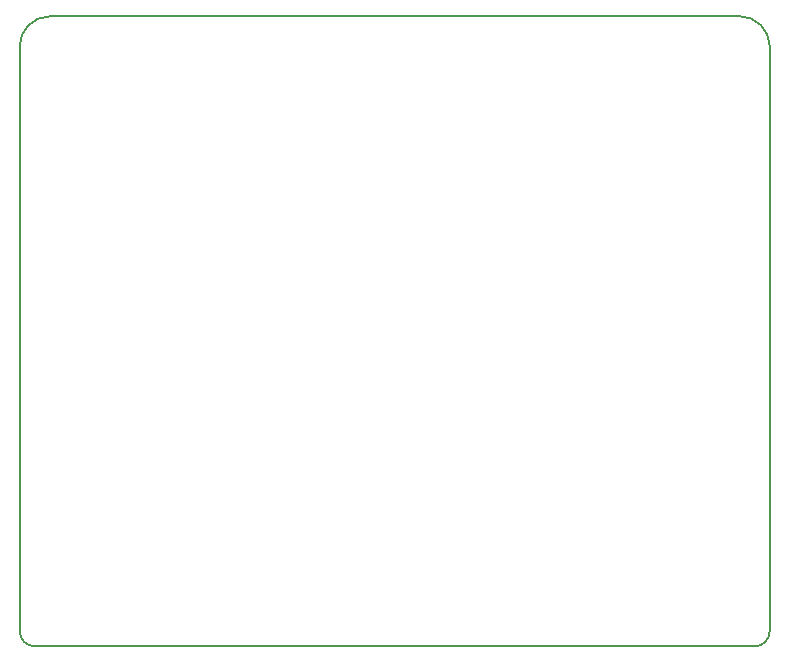
<source format=gm1>
%TF.GenerationSoftware,KiCad,Pcbnew,(5.1.6)-1*%
%TF.CreationDate,2020-10-07T00:16:53+02:00*%
%TF.ProjectId,RPI_FEATHER,5250495f-4645-4415-9448-45522e6b6963,rev?*%
%TF.SameCoordinates,Original*%
%TF.FileFunction,Profile,NP*%
%FSLAX46Y46*%
G04 Gerber Fmt 4.6, Leading zero omitted, Abs format (unit mm)*
G04 Created by KiCad (PCBNEW (5.1.6)-1) date 2020-10-07 00:16:53*
%MOMM*%
%LPD*%
G01*
G04 APERTURE LIST*
%TA.AperFunction,Profile*%
%ADD10C,0.150000*%
%TD*%
G04 APERTURE END LIST*
D10*
X173791880Y-95689420D02*
G75*
G02*
X172521880Y-96959420I-1270000J0D01*
G01*
X111561880Y-96959420D02*
G75*
G02*
X110291880Y-95689420I0J1270000D01*
G01*
X110291880Y-95689420D02*
X110291880Y-86799420D01*
X172521880Y-96959420D02*
X111561880Y-96959420D01*
X173791880Y-86799420D02*
X173791880Y-95689420D01*
X110291880Y-46159420D02*
G75*
G02*
X112831880Y-43619420I2540000J0D01*
G01*
X171251880Y-43619420D02*
G75*
G02*
X173791880Y-46159420I0J-2540000D01*
G01*
X171251880Y-43619420D02*
X112831880Y-43619420D01*
X173791880Y-86799420D02*
X173791880Y-46159420D01*
X110291880Y-46159420D02*
X110291880Y-86799420D01*
M02*

</source>
